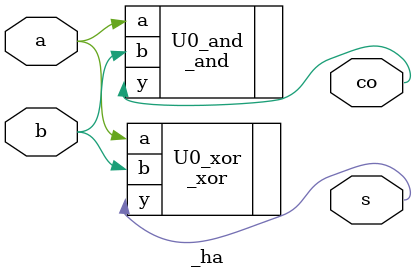
<source format=v>
module _ha(input a,b,output co,s); 
_and U0_and(.a(a), .b(b), .y(co));	// 입력된 값의 올림수 출력
_xor U0_xor(.a(a), .b(b), .y(s));	// 입력된 값의 합 출력
endmodule
//입력된 두개의 이진수 값의 합과 올림수를 산출해주는 Half Adder


</source>
